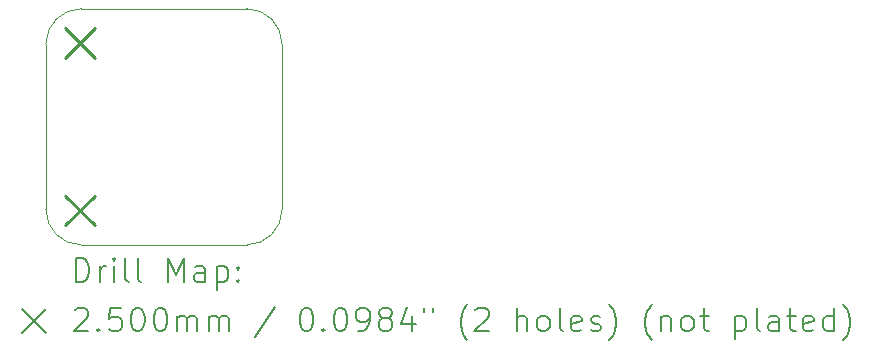
<source format=gbr>
%FSLAX45Y45*%
G04 Gerber Fmt 4.5, Leading zero omitted, Abs format (unit mm)*
G04 Created by KiCad (PCBNEW (6.0.0-0)) date 2022-08-17 15:24:33*
%MOMM*%
%LPD*%
G01*
G04 APERTURE LIST*
%TA.AperFunction,Profile*%
%ADD10C,0.050000*%
%TD*%
%ADD11C,0.200000*%
%ADD12C,0.250000*%
G04 APERTURE END LIST*
D10*
X15900000Y-10300000D02*
X17300000Y-10300000D01*
X15600000Y-12000000D02*
G75*
G03*
X15900000Y-12300000I300000J0D01*
G01*
X17600000Y-12000000D02*
X17600000Y-10600000D01*
X15900000Y-10300000D02*
G75*
G03*
X15600000Y-10600000I0J-300000D01*
G01*
X17300000Y-12300000D02*
X15900000Y-12300000D01*
X17600000Y-10600000D02*
G75*
G03*
X17300000Y-10300000I-300000J0D01*
G01*
X17300000Y-12300000D02*
G75*
G03*
X17600000Y-12000000I0J300000D01*
G01*
X15600000Y-12000000D02*
X15600000Y-10600000D01*
D11*
D12*
X15765000Y-10465000D02*
X16015000Y-10715000D01*
X16015000Y-10465000D02*
X15765000Y-10715000D01*
X15765000Y-11885000D02*
X16015000Y-12135000D01*
X16015000Y-11885000D02*
X15765000Y-12135000D01*
D11*
X15855119Y-12612976D02*
X15855119Y-12412976D01*
X15902738Y-12412976D01*
X15931309Y-12422500D01*
X15950357Y-12441548D01*
X15959881Y-12460595D01*
X15969405Y-12498690D01*
X15969405Y-12527262D01*
X15959881Y-12565357D01*
X15950357Y-12584405D01*
X15931309Y-12603452D01*
X15902738Y-12612976D01*
X15855119Y-12612976D01*
X16055119Y-12612976D02*
X16055119Y-12479643D01*
X16055119Y-12517738D02*
X16064643Y-12498690D01*
X16074167Y-12489167D01*
X16093214Y-12479643D01*
X16112262Y-12479643D01*
X16178928Y-12612976D02*
X16178928Y-12479643D01*
X16178928Y-12412976D02*
X16169405Y-12422500D01*
X16178928Y-12432024D01*
X16188452Y-12422500D01*
X16178928Y-12412976D01*
X16178928Y-12432024D01*
X16302738Y-12612976D02*
X16283690Y-12603452D01*
X16274167Y-12584405D01*
X16274167Y-12412976D01*
X16407500Y-12612976D02*
X16388452Y-12603452D01*
X16378928Y-12584405D01*
X16378928Y-12412976D01*
X16636071Y-12612976D02*
X16636071Y-12412976D01*
X16702738Y-12555833D01*
X16769405Y-12412976D01*
X16769405Y-12612976D01*
X16950357Y-12612976D02*
X16950357Y-12508214D01*
X16940833Y-12489167D01*
X16921786Y-12479643D01*
X16883690Y-12479643D01*
X16864643Y-12489167D01*
X16950357Y-12603452D02*
X16931310Y-12612976D01*
X16883690Y-12612976D01*
X16864643Y-12603452D01*
X16855119Y-12584405D01*
X16855119Y-12565357D01*
X16864643Y-12546309D01*
X16883690Y-12536786D01*
X16931310Y-12536786D01*
X16950357Y-12527262D01*
X17045595Y-12479643D02*
X17045595Y-12679643D01*
X17045595Y-12489167D02*
X17064643Y-12479643D01*
X17102738Y-12479643D01*
X17121786Y-12489167D01*
X17131310Y-12498690D01*
X17140833Y-12517738D01*
X17140833Y-12574881D01*
X17131310Y-12593928D01*
X17121786Y-12603452D01*
X17102738Y-12612976D01*
X17064643Y-12612976D01*
X17045595Y-12603452D01*
X17226548Y-12593928D02*
X17236071Y-12603452D01*
X17226548Y-12612976D01*
X17217024Y-12603452D01*
X17226548Y-12593928D01*
X17226548Y-12612976D01*
X17226548Y-12489167D02*
X17236071Y-12498690D01*
X17226548Y-12508214D01*
X17217024Y-12498690D01*
X17226548Y-12489167D01*
X17226548Y-12508214D01*
X15397500Y-12842500D02*
X15597500Y-13042500D01*
X15597500Y-12842500D02*
X15397500Y-13042500D01*
X15845595Y-12852024D02*
X15855119Y-12842500D01*
X15874167Y-12832976D01*
X15921786Y-12832976D01*
X15940833Y-12842500D01*
X15950357Y-12852024D01*
X15959881Y-12871071D01*
X15959881Y-12890119D01*
X15950357Y-12918690D01*
X15836071Y-13032976D01*
X15959881Y-13032976D01*
X16045595Y-13013928D02*
X16055119Y-13023452D01*
X16045595Y-13032976D01*
X16036071Y-13023452D01*
X16045595Y-13013928D01*
X16045595Y-13032976D01*
X16236071Y-12832976D02*
X16140833Y-12832976D01*
X16131309Y-12928214D01*
X16140833Y-12918690D01*
X16159881Y-12909167D01*
X16207500Y-12909167D01*
X16226548Y-12918690D01*
X16236071Y-12928214D01*
X16245595Y-12947262D01*
X16245595Y-12994881D01*
X16236071Y-13013928D01*
X16226548Y-13023452D01*
X16207500Y-13032976D01*
X16159881Y-13032976D01*
X16140833Y-13023452D01*
X16131309Y-13013928D01*
X16369405Y-12832976D02*
X16388452Y-12832976D01*
X16407500Y-12842500D01*
X16417024Y-12852024D01*
X16426548Y-12871071D01*
X16436071Y-12909167D01*
X16436071Y-12956786D01*
X16426548Y-12994881D01*
X16417024Y-13013928D01*
X16407500Y-13023452D01*
X16388452Y-13032976D01*
X16369405Y-13032976D01*
X16350357Y-13023452D01*
X16340833Y-13013928D01*
X16331309Y-12994881D01*
X16321786Y-12956786D01*
X16321786Y-12909167D01*
X16331309Y-12871071D01*
X16340833Y-12852024D01*
X16350357Y-12842500D01*
X16369405Y-12832976D01*
X16559881Y-12832976D02*
X16578928Y-12832976D01*
X16597976Y-12842500D01*
X16607500Y-12852024D01*
X16617024Y-12871071D01*
X16626548Y-12909167D01*
X16626548Y-12956786D01*
X16617024Y-12994881D01*
X16607500Y-13013928D01*
X16597976Y-13023452D01*
X16578928Y-13032976D01*
X16559881Y-13032976D01*
X16540833Y-13023452D01*
X16531309Y-13013928D01*
X16521786Y-12994881D01*
X16512262Y-12956786D01*
X16512262Y-12909167D01*
X16521786Y-12871071D01*
X16531309Y-12852024D01*
X16540833Y-12842500D01*
X16559881Y-12832976D01*
X16712262Y-13032976D02*
X16712262Y-12899643D01*
X16712262Y-12918690D02*
X16721786Y-12909167D01*
X16740833Y-12899643D01*
X16769405Y-12899643D01*
X16788452Y-12909167D01*
X16797976Y-12928214D01*
X16797976Y-13032976D01*
X16797976Y-12928214D02*
X16807500Y-12909167D01*
X16826548Y-12899643D01*
X16855119Y-12899643D01*
X16874167Y-12909167D01*
X16883690Y-12928214D01*
X16883690Y-13032976D01*
X16978929Y-13032976D02*
X16978929Y-12899643D01*
X16978929Y-12918690D02*
X16988452Y-12909167D01*
X17007500Y-12899643D01*
X17036071Y-12899643D01*
X17055119Y-12909167D01*
X17064643Y-12928214D01*
X17064643Y-13032976D01*
X17064643Y-12928214D02*
X17074167Y-12909167D01*
X17093214Y-12899643D01*
X17121786Y-12899643D01*
X17140833Y-12909167D01*
X17150357Y-12928214D01*
X17150357Y-13032976D01*
X17540833Y-12823452D02*
X17369405Y-13080595D01*
X17797976Y-12832976D02*
X17817024Y-12832976D01*
X17836071Y-12842500D01*
X17845595Y-12852024D01*
X17855119Y-12871071D01*
X17864643Y-12909167D01*
X17864643Y-12956786D01*
X17855119Y-12994881D01*
X17845595Y-13013928D01*
X17836071Y-13023452D01*
X17817024Y-13032976D01*
X17797976Y-13032976D01*
X17778929Y-13023452D01*
X17769405Y-13013928D01*
X17759881Y-12994881D01*
X17750357Y-12956786D01*
X17750357Y-12909167D01*
X17759881Y-12871071D01*
X17769405Y-12852024D01*
X17778929Y-12842500D01*
X17797976Y-12832976D01*
X17950357Y-13013928D02*
X17959881Y-13023452D01*
X17950357Y-13032976D01*
X17940833Y-13023452D01*
X17950357Y-13013928D01*
X17950357Y-13032976D01*
X18083690Y-12832976D02*
X18102738Y-12832976D01*
X18121786Y-12842500D01*
X18131310Y-12852024D01*
X18140833Y-12871071D01*
X18150357Y-12909167D01*
X18150357Y-12956786D01*
X18140833Y-12994881D01*
X18131310Y-13013928D01*
X18121786Y-13023452D01*
X18102738Y-13032976D01*
X18083690Y-13032976D01*
X18064643Y-13023452D01*
X18055119Y-13013928D01*
X18045595Y-12994881D01*
X18036071Y-12956786D01*
X18036071Y-12909167D01*
X18045595Y-12871071D01*
X18055119Y-12852024D01*
X18064643Y-12842500D01*
X18083690Y-12832976D01*
X18245595Y-13032976D02*
X18283690Y-13032976D01*
X18302738Y-13023452D01*
X18312262Y-13013928D01*
X18331310Y-12985357D01*
X18340833Y-12947262D01*
X18340833Y-12871071D01*
X18331310Y-12852024D01*
X18321786Y-12842500D01*
X18302738Y-12832976D01*
X18264643Y-12832976D01*
X18245595Y-12842500D01*
X18236071Y-12852024D01*
X18226548Y-12871071D01*
X18226548Y-12918690D01*
X18236071Y-12937738D01*
X18245595Y-12947262D01*
X18264643Y-12956786D01*
X18302738Y-12956786D01*
X18321786Y-12947262D01*
X18331310Y-12937738D01*
X18340833Y-12918690D01*
X18455119Y-12918690D02*
X18436071Y-12909167D01*
X18426548Y-12899643D01*
X18417024Y-12880595D01*
X18417024Y-12871071D01*
X18426548Y-12852024D01*
X18436071Y-12842500D01*
X18455119Y-12832976D01*
X18493214Y-12832976D01*
X18512262Y-12842500D01*
X18521786Y-12852024D01*
X18531310Y-12871071D01*
X18531310Y-12880595D01*
X18521786Y-12899643D01*
X18512262Y-12909167D01*
X18493214Y-12918690D01*
X18455119Y-12918690D01*
X18436071Y-12928214D01*
X18426548Y-12937738D01*
X18417024Y-12956786D01*
X18417024Y-12994881D01*
X18426548Y-13013928D01*
X18436071Y-13023452D01*
X18455119Y-13032976D01*
X18493214Y-13032976D01*
X18512262Y-13023452D01*
X18521786Y-13013928D01*
X18531310Y-12994881D01*
X18531310Y-12956786D01*
X18521786Y-12937738D01*
X18512262Y-12928214D01*
X18493214Y-12918690D01*
X18702738Y-12899643D02*
X18702738Y-13032976D01*
X18655119Y-12823452D02*
X18607500Y-12966309D01*
X18731310Y-12966309D01*
X18797976Y-12832976D02*
X18797976Y-12871071D01*
X18874167Y-12832976D02*
X18874167Y-12871071D01*
X19169405Y-13109167D02*
X19159881Y-13099643D01*
X19140833Y-13071071D01*
X19131310Y-13052024D01*
X19121786Y-13023452D01*
X19112262Y-12975833D01*
X19112262Y-12937738D01*
X19121786Y-12890119D01*
X19131310Y-12861548D01*
X19140833Y-12842500D01*
X19159881Y-12813928D01*
X19169405Y-12804405D01*
X19236071Y-12852024D02*
X19245595Y-12842500D01*
X19264643Y-12832976D01*
X19312262Y-12832976D01*
X19331310Y-12842500D01*
X19340833Y-12852024D01*
X19350357Y-12871071D01*
X19350357Y-12890119D01*
X19340833Y-12918690D01*
X19226548Y-13032976D01*
X19350357Y-13032976D01*
X19588452Y-13032976D02*
X19588452Y-12832976D01*
X19674167Y-13032976D02*
X19674167Y-12928214D01*
X19664643Y-12909167D01*
X19645595Y-12899643D01*
X19617024Y-12899643D01*
X19597976Y-12909167D01*
X19588452Y-12918690D01*
X19797976Y-13032976D02*
X19778929Y-13023452D01*
X19769405Y-13013928D01*
X19759881Y-12994881D01*
X19759881Y-12937738D01*
X19769405Y-12918690D01*
X19778929Y-12909167D01*
X19797976Y-12899643D01*
X19826548Y-12899643D01*
X19845595Y-12909167D01*
X19855119Y-12918690D01*
X19864643Y-12937738D01*
X19864643Y-12994881D01*
X19855119Y-13013928D01*
X19845595Y-13023452D01*
X19826548Y-13032976D01*
X19797976Y-13032976D01*
X19978929Y-13032976D02*
X19959881Y-13023452D01*
X19950357Y-13004405D01*
X19950357Y-12832976D01*
X20131310Y-13023452D02*
X20112262Y-13032976D01*
X20074167Y-13032976D01*
X20055119Y-13023452D01*
X20045595Y-13004405D01*
X20045595Y-12928214D01*
X20055119Y-12909167D01*
X20074167Y-12899643D01*
X20112262Y-12899643D01*
X20131310Y-12909167D01*
X20140833Y-12928214D01*
X20140833Y-12947262D01*
X20045595Y-12966309D01*
X20217024Y-13023452D02*
X20236071Y-13032976D01*
X20274167Y-13032976D01*
X20293214Y-13023452D01*
X20302738Y-13004405D01*
X20302738Y-12994881D01*
X20293214Y-12975833D01*
X20274167Y-12966309D01*
X20245595Y-12966309D01*
X20226548Y-12956786D01*
X20217024Y-12937738D01*
X20217024Y-12928214D01*
X20226548Y-12909167D01*
X20245595Y-12899643D01*
X20274167Y-12899643D01*
X20293214Y-12909167D01*
X20369405Y-13109167D02*
X20378929Y-13099643D01*
X20397976Y-13071071D01*
X20407500Y-13052024D01*
X20417024Y-13023452D01*
X20426548Y-12975833D01*
X20426548Y-12937738D01*
X20417024Y-12890119D01*
X20407500Y-12861548D01*
X20397976Y-12842500D01*
X20378929Y-12813928D01*
X20369405Y-12804405D01*
X20731310Y-13109167D02*
X20721786Y-13099643D01*
X20702738Y-13071071D01*
X20693214Y-13052024D01*
X20683690Y-13023452D01*
X20674167Y-12975833D01*
X20674167Y-12937738D01*
X20683690Y-12890119D01*
X20693214Y-12861548D01*
X20702738Y-12842500D01*
X20721786Y-12813928D01*
X20731310Y-12804405D01*
X20807500Y-12899643D02*
X20807500Y-13032976D01*
X20807500Y-12918690D02*
X20817024Y-12909167D01*
X20836071Y-12899643D01*
X20864643Y-12899643D01*
X20883690Y-12909167D01*
X20893214Y-12928214D01*
X20893214Y-13032976D01*
X21017024Y-13032976D02*
X20997976Y-13023452D01*
X20988452Y-13013928D01*
X20978929Y-12994881D01*
X20978929Y-12937738D01*
X20988452Y-12918690D01*
X20997976Y-12909167D01*
X21017024Y-12899643D01*
X21045595Y-12899643D01*
X21064643Y-12909167D01*
X21074167Y-12918690D01*
X21083690Y-12937738D01*
X21083690Y-12994881D01*
X21074167Y-13013928D01*
X21064643Y-13023452D01*
X21045595Y-13032976D01*
X21017024Y-13032976D01*
X21140833Y-12899643D02*
X21217024Y-12899643D01*
X21169405Y-12832976D02*
X21169405Y-13004405D01*
X21178929Y-13023452D01*
X21197976Y-13032976D01*
X21217024Y-13032976D01*
X21436071Y-12899643D02*
X21436071Y-13099643D01*
X21436071Y-12909167D02*
X21455119Y-12899643D01*
X21493214Y-12899643D01*
X21512262Y-12909167D01*
X21521786Y-12918690D01*
X21531310Y-12937738D01*
X21531310Y-12994881D01*
X21521786Y-13013928D01*
X21512262Y-13023452D01*
X21493214Y-13032976D01*
X21455119Y-13032976D01*
X21436071Y-13023452D01*
X21645595Y-13032976D02*
X21626548Y-13023452D01*
X21617024Y-13004405D01*
X21617024Y-12832976D01*
X21807500Y-13032976D02*
X21807500Y-12928214D01*
X21797976Y-12909167D01*
X21778929Y-12899643D01*
X21740833Y-12899643D01*
X21721786Y-12909167D01*
X21807500Y-13023452D02*
X21788452Y-13032976D01*
X21740833Y-13032976D01*
X21721786Y-13023452D01*
X21712262Y-13004405D01*
X21712262Y-12985357D01*
X21721786Y-12966309D01*
X21740833Y-12956786D01*
X21788452Y-12956786D01*
X21807500Y-12947262D01*
X21874167Y-12899643D02*
X21950357Y-12899643D01*
X21902738Y-12832976D02*
X21902738Y-13004405D01*
X21912262Y-13023452D01*
X21931310Y-13032976D01*
X21950357Y-13032976D01*
X22093214Y-13023452D02*
X22074167Y-13032976D01*
X22036071Y-13032976D01*
X22017024Y-13023452D01*
X22007500Y-13004405D01*
X22007500Y-12928214D01*
X22017024Y-12909167D01*
X22036071Y-12899643D01*
X22074167Y-12899643D01*
X22093214Y-12909167D01*
X22102738Y-12928214D01*
X22102738Y-12947262D01*
X22007500Y-12966309D01*
X22274167Y-13032976D02*
X22274167Y-12832976D01*
X22274167Y-13023452D02*
X22255119Y-13032976D01*
X22217024Y-13032976D01*
X22197976Y-13023452D01*
X22188452Y-13013928D01*
X22178929Y-12994881D01*
X22178929Y-12937738D01*
X22188452Y-12918690D01*
X22197976Y-12909167D01*
X22217024Y-12899643D01*
X22255119Y-12899643D01*
X22274167Y-12909167D01*
X22350357Y-13109167D02*
X22359881Y-13099643D01*
X22378928Y-13071071D01*
X22388452Y-13052024D01*
X22397976Y-13023452D01*
X22407500Y-12975833D01*
X22407500Y-12937738D01*
X22397976Y-12890119D01*
X22388452Y-12861548D01*
X22378928Y-12842500D01*
X22359881Y-12813928D01*
X22350357Y-12804405D01*
M02*

</source>
